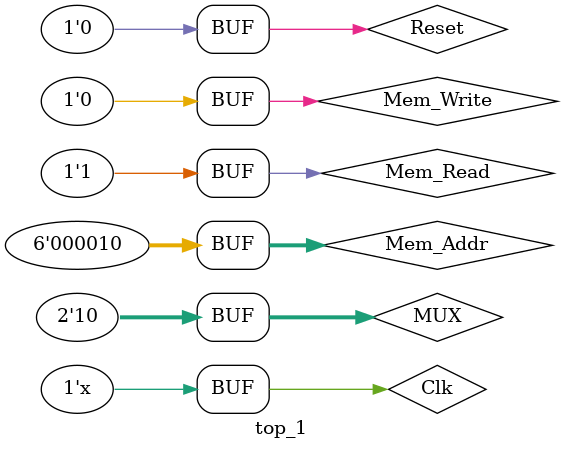
<source format=v>
`timescale 1ns / 1ps


module top_1;

	// Inputs
	reg Mem_Read;
	reg Mem_Write;
	reg [7:2] Mem_Addr;
	reg [1:0] MUX;
	reg Clk;
	reg Reset;

	// Outputs
	wire [7:0] LED;

	// Instantiate the Unit Under Test (UUT)
	top uut (
		.Mem_Read(Mem_Read), 
		.Mem_Write(Mem_Write), 
		.Mem_Addr(Mem_Addr), 
		.MUX(MUX), 
		.Clk(Clk), 
		.Reset(Reset), 
		.LED(LED)
	);
	initial Clk=0;
	always #25 Clk=~Clk; 
	initial begin
		// Initialize Inputs
		Mem_Read = 0;
		Mem_Write = 0;
		Mem_Addr = 0;
		MUX = 0;
		Reset = 1;

		// Wait 100 ns for global reset to finish
		
      #20;
		// Add stimulus here
		Mem_Read = 0;
		Mem_Write = 1;
		Mem_Addr = 0;
		MUX = 0;
		Reset = 0;
		#50;
		
		Mem_Read = 1;
		Mem_Write = 0;
		Mem_Addr = 0;
		MUX = 0;//00001111
		#50;
		
		Mem_Read = 0;
		Mem_Write = 1;
		Mem_Addr = 1;
		MUX = 1;//
		#50;
		
		Mem_Read = 1;
		Mem_Write = 0;
		Mem_Addr = 1;
		MUX = 0;//10110000
		#50;
		
		Mem_Read = 1;
		Mem_Write = 0;
		Mem_Addr = 1;
		MUX = 1;//00001101
		#50;
		
		Mem_Read = 0;
		Mem_Write = 1;
		Mem_Addr = 2;
		MUX = 2;//
		#50;
		Mem_Read = 1;
		Mem_Write = 0;
		Mem_Addr = 2;
		MUX = 0;//1000_0001
		#50;
		Mem_Read = 1;
		Mem_Write = 0;
		Mem_Addr = 2;
		MUX = 1;//1100_0011 
		#50;
		Mem_Read = 1;
		Mem_Write = 0;
		Mem_Addr = 2;
		MUX = 2;//0011_1100
		#50;
	end
      
endmodule


</source>
